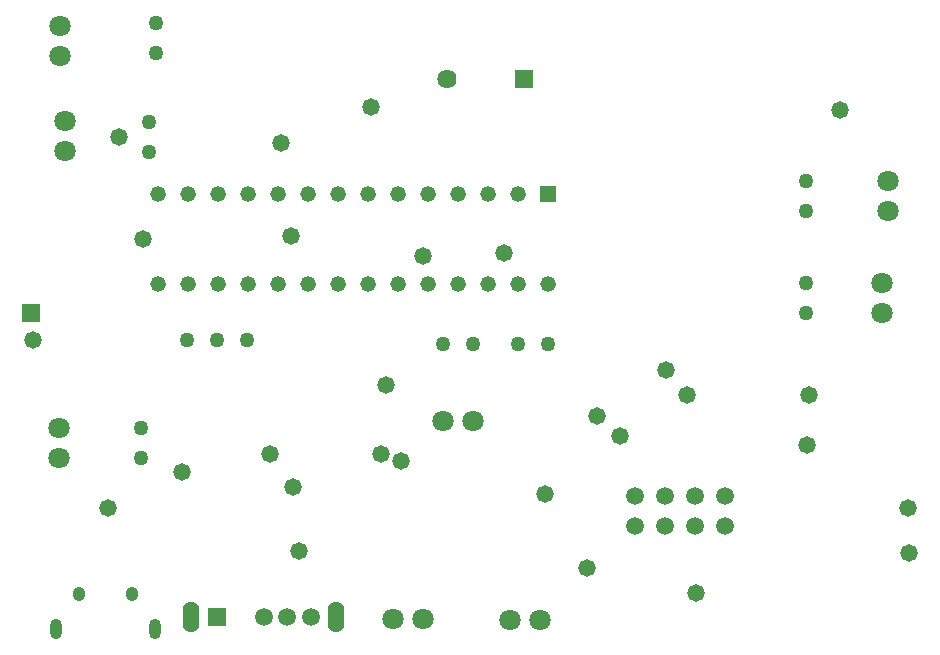
<source format=gbr>
%TF.GenerationSoftware,Altium Limited,Altium Designer,24.10.1 (45)*%
G04 Layer_Color=16711935*
%FSLAX25Y25*%
%MOIN*%
%TF.SameCoordinates,9950C81B-CD0A-4F44-AB06-5448DEDD42A1*%
%TF.FilePolarity,Negative*%
%TF.FileFunction,Soldermask,Bot*%
%TF.Part,Single*%
G01*
G75*
%TA.AperFunction,ComponentPad*%
%ADD22C,0.07100*%
%ADD23C,0.05000*%
%ADD24R,0.05200X0.05200*%
%ADD25C,0.05200*%
%ADD29R,0.05900X0.05900*%
%ADD30C,0.05900*%
%ADD33O,0.04200X0.04900*%
%ADD34O,0.04000X0.06700*%
%ADD53O,0.05556X0.10312*%
%ADD54C,0.05950*%
%ADD55R,0.05950X0.05950*%
%ADD56C,0.06400*%
%ADD57R,0.06400X0.06400*%
%TA.AperFunction,ViaPad*%
%ADD58C,0.05800*%
D22*
X275000Y133500D02*
D03*
X265000D02*
D03*
X391000Y270000D02*
D03*
Y280000D02*
D03*
X116500Y290000D02*
D03*
Y300000D02*
D03*
X236000Y134000D02*
D03*
X226000D02*
D03*
X242500Y200000D02*
D03*
X252500D02*
D03*
X114500Y197500D02*
D03*
Y187500D02*
D03*
X389000Y236000D02*
D03*
Y246000D02*
D03*
X115000Y321500D02*
D03*
Y331500D02*
D03*
D23*
X147000Y332500D02*
D03*
Y322500D02*
D03*
X177050Y227000D02*
D03*
X167050D02*
D03*
X157050D02*
D03*
X144500Y299500D02*
D03*
Y289500D02*
D03*
X142000Y197500D02*
D03*
Y187500D02*
D03*
X363500Y246000D02*
D03*
Y236000D02*
D03*
Y280000D02*
D03*
Y270000D02*
D03*
X252500Y225500D02*
D03*
X242500D02*
D03*
X267500D02*
D03*
X277500D02*
D03*
D24*
Y275500D02*
D03*
D25*
X267500D02*
D03*
X257500D02*
D03*
X247500D02*
D03*
X237500D02*
D03*
X227500D02*
D03*
X217500D02*
D03*
X207500D02*
D03*
X197500D02*
D03*
X187500D02*
D03*
X177500D02*
D03*
X167500D02*
D03*
X157500D02*
D03*
X147500D02*
D03*
Y245500D02*
D03*
X157500D02*
D03*
X167500D02*
D03*
X177500D02*
D03*
X187500D02*
D03*
X197500D02*
D03*
X207500D02*
D03*
X217500D02*
D03*
X227500D02*
D03*
X237500D02*
D03*
X247500D02*
D03*
X257500D02*
D03*
X267500D02*
D03*
X277500D02*
D03*
D29*
X105283Y236000D02*
D03*
D30*
X336500Y165000D02*
D03*
X326500D02*
D03*
X316500D02*
D03*
X306500D02*
D03*
Y175000D02*
D03*
X316500D02*
D03*
X336500D02*
D03*
X326500D02*
D03*
D33*
X121240Y142311D02*
D03*
X138760D02*
D03*
D34*
X146437Y130500D02*
D03*
X113563D02*
D03*
D53*
X158575Y134500D02*
D03*
X207000D02*
D03*
D54*
X182787D02*
D03*
X190661D02*
D03*
X198535D02*
D03*
D55*
X167039D02*
D03*
D56*
X243910Y314000D02*
D03*
D57*
X269500D02*
D03*
D58*
X134500Y294500D02*
D03*
X185000Y189000D02*
D03*
X192000Y261500D02*
D03*
X106000Y227000D02*
D03*
X194500Y156500D02*
D03*
X222000Y189000D02*
D03*
X228500Y186500D02*
D03*
X375000Y303500D02*
D03*
X218500Y304500D02*
D03*
X188500Y292500D02*
D03*
X142500Y260500D02*
D03*
X192500Y178000D02*
D03*
X155500Y183000D02*
D03*
X131000Y171000D02*
D03*
X290500Y151000D02*
D03*
X398000Y156000D02*
D03*
X397500Y171000D02*
D03*
X364000Y192000D02*
D03*
X324000Y208500D02*
D03*
X301500Y195000D02*
D03*
X364500Y208500D02*
D03*
X317000Y217000D02*
D03*
X294000Y201500D02*
D03*
X236000Y255000D02*
D03*
X263000Y256000D02*
D03*
X223500Y212000D02*
D03*
X327000Y142500D02*
D03*
X276500Y175500D02*
D03*
%TF.MD5,a44e28d402abd73487f5aa16cc69c044*%
M02*

</source>
